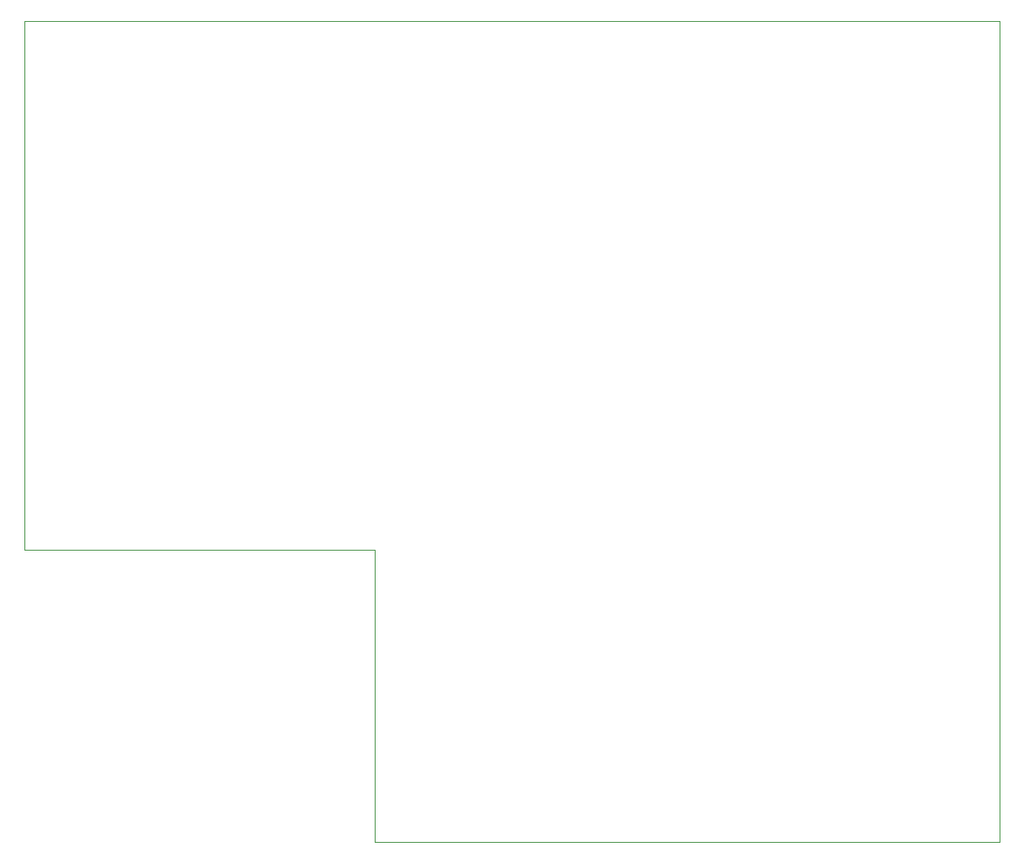
<source format=gbr>
G04 #@! TF.GenerationSoftware,KiCad,Pcbnew,(5.1.2)-2*
G04 #@! TF.CreationDate,2021-09-09T10:29:02-03:00*
G04 #@! TF.ProjectId,MAG_Plus,4d41475f-506c-4757-932e-6b696361645f,rev?*
G04 #@! TF.SameCoordinates,Original*
G04 #@! TF.FileFunction,Profile,NP*
%FSLAX46Y46*%
G04 Gerber Fmt 4.6, Leading zero omitted, Abs format (unit mm)*
G04 Created by KiCad (PCBNEW (5.1.2)-2) date 2021-09-09 10:29:02*
%MOMM*%
%LPD*%
G04 APERTURE LIST*
%ADD10C,0.050000*%
G04 APERTURE END LIST*
D10*
X458490000Y-89870000D02*
X458490000Y-36670000D01*
X493670000Y-119270000D02*
X556490000Y-119270000D01*
X493690000Y-89870000D02*
X493670000Y-119270000D01*
X458490000Y-89870000D02*
X493690000Y-89870000D01*
X458490000Y-36670000D02*
X556490000Y-36670000D01*
X556490000Y-36670000D02*
X556490000Y-119270000D01*
M02*

</source>
